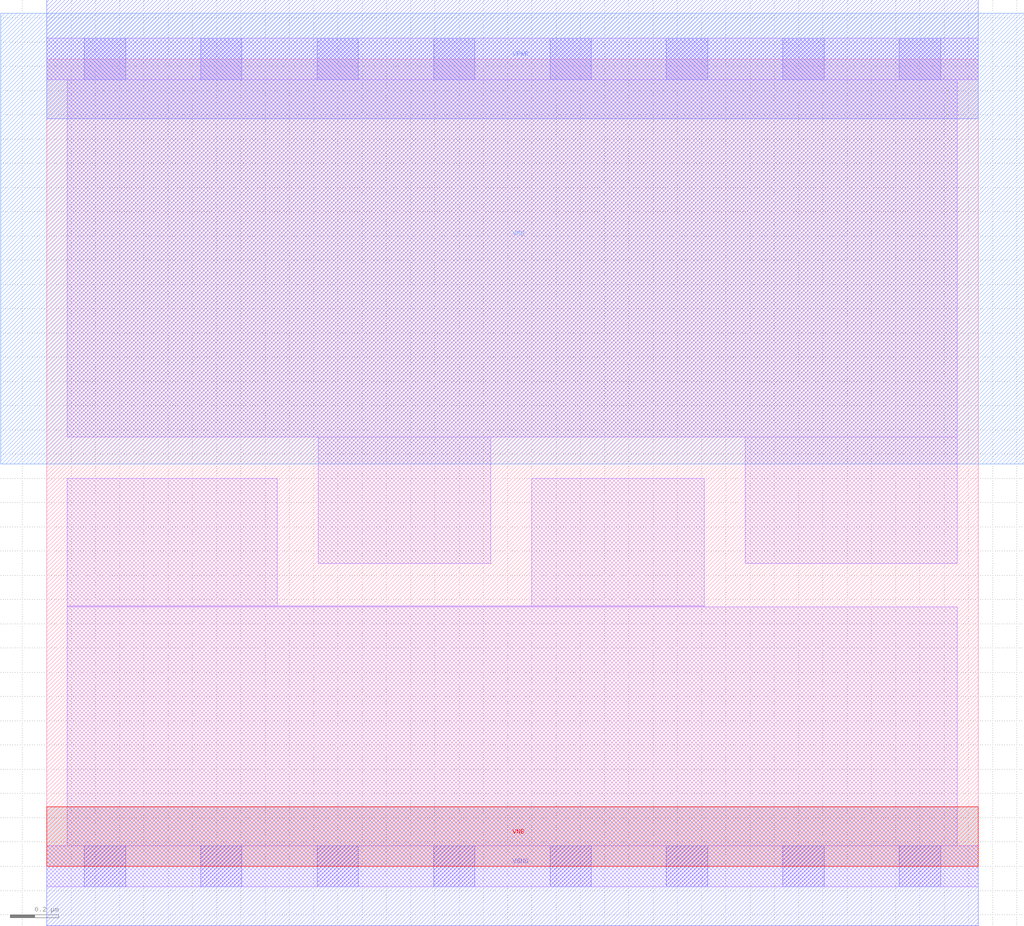
<source format=lef>
# Copyright 2020 The SkyWater PDK Authors
#
# Licensed under the Apache License, Version 2.0 (the "License");
# you may not use this file except in compliance with the License.
# You may obtain a copy of the License at
#
#     https://www.apache.org/licenses/LICENSE-2.0
#
# Unless required by applicable law or agreed to in writing, software
# distributed under the License is distributed on an "AS IS" BASIS,
# WITHOUT WARRANTIES OR CONDITIONS OF ANY KIND, either express or implied.
# See the License for the specific language governing permissions and
# limitations under the License.
#
# SPDX-License-Identifier: Apache-2.0

VERSION 5.7 ;
  NOWIREEXTENSIONATPIN ON ;
  DIVIDERCHAR "/" ;
  BUSBITCHARS "[]" ;
MACRO sky130_fd_sc_ls__decaphe_8
  CLASS CORE ;
  FOREIGN sky130_fd_sc_ls__decaphe_8 ;
  ORIGIN  0.000000  0.000000 ;
  SIZE  3.840000 BY  3.330000 ;
  SYMMETRY X Y R90 ;
  SITE unit ;
  PIN VNB
    PORT
      LAYER pwell ;
        RECT 0.000000 0.000000 3.840000 0.245000 ;
    END
  END VNB
  PIN VPB
    PORT
      LAYER nwell ;
        RECT -0.190000 1.660000 4.030000 3.520000 ;
    END
  END VPB
  PIN VGND
    DIRECTION INOUT ;
    SHAPE ABUTMENT ;
    USE GROUND ;
    PORT
      LAYER met1 ;
        RECT 0.000000 -0.245000 3.840000 0.245000 ;
    END
  END VGND
  PIN VPWR
    DIRECTION INOUT ;
    SHAPE ABUTMENT ;
    USE POWER ;
    PORT
      LAYER met1 ;
        RECT 0.000000 3.085000 3.840000 3.575000 ;
    END
  END VPWR
  OBS
    LAYER li1 ;
      RECT 0.000000 -0.085000 3.840000 0.085000 ;
      RECT 0.000000  3.245000 3.840000 3.415000 ;
      RECT 0.085000  0.085000 3.755000 1.070000 ;
      RECT 0.085000  1.070000 2.710000 1.075000 ;
      RECT 0.085000  1.075000 0.950000 1.600000 ;
      RECT 0.085000  1.770000 3.755000 3.245000 ;
      RECT 1.120000  1.250000 1.830000 1.770000 ;
      RECT 2.000000  1.075000 2.710000 1.600000 ;
      RECT 2.880000  1.250000 3.755000 1.770000 ;
    LAYER mcon ;
      RECT 0.155000 -0.085000 0.325000 0.085000 ;
      RECT 0.155000  3.245000 0.325000 3.415000 ;
      RECT 0.635000 -0.085000 0.805000 0.085000 ;
      RECT 0.635000  3.245000 0.805000 3.415000 ;
      RECT 1.115000 -0.085000 1.285000 0.085000 ;
      RECT 1.115000  3.245000 1.285000 3.415000 ;
      RECT 1.595000 -0.085000 1.765000 0.085000 ;
      RECT 1.595000  3.245000 1.765000 3.415000 ;
      RECT 2.075000 -0.085000 2.245000 0.085000 ;
      RECT 2.075000  3.245000 2.245000 3.415000 ;
      RECT 2.555000 -0.085000 2.725000 0.085000 ;
      RECT 2.555000  3.245000 2.725000 3.415000 ;
      RECT 3.035000 -0.085000 3.205000 0.085000 ;
      RECT 3.035000  3.245000 3.205000 3.415000 ;
      RECT 3.515000 -0.085000 3.685000 0.085000 ;
      RECT 3.515000  3.245000 3.685000 3.415000 ;
  END
END sky130_fd_sc_ls__decaphe_8
END LIBRARY

</source>
